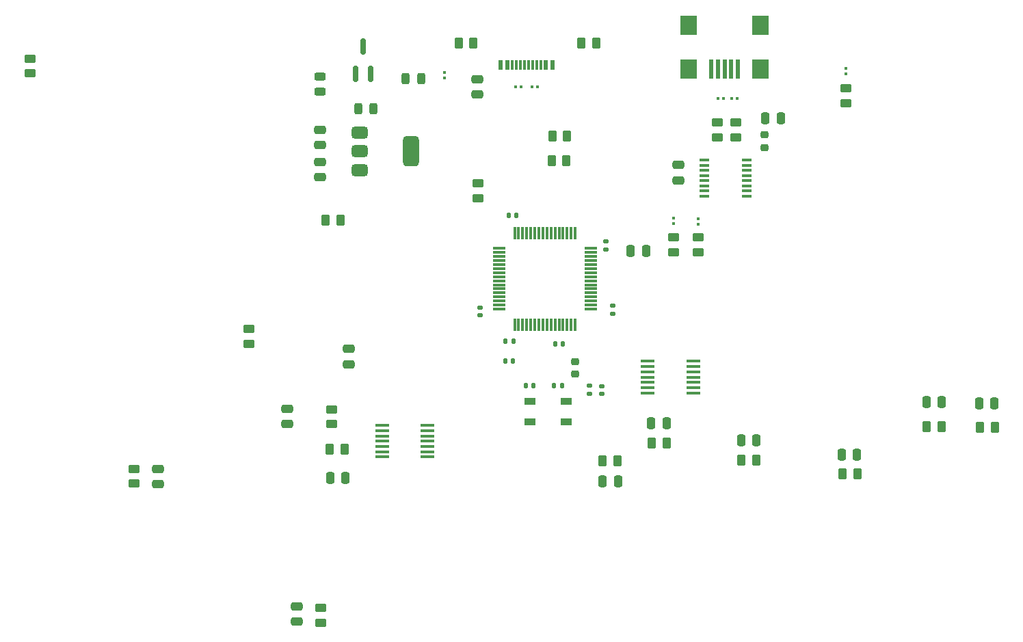
<source format=gbr>
%TF.GenerationSoftware,KiCad,Pcbnew,8.0.6*%
%TF.CreationDate,2024-12-27T13:10:45+11:00*%
%TF.ProjectId,drone_remote,64726f6e-655f-4726-956d-6f74652e6b69,rev?*%
%TF.SameCoordinates,Original*%
%TF.FileFunction,Paste,Top*%
%TF.FilePolarity,Positive*%
%FSLAX46Y46*%
G04 Gerber Fmt 4.6, Leading zero omitted, Abs format (unit mm)*
G04 Created by KiCad (PCBNEW 8.0.6) date 2024-12-27 13:10:45*
%MOMM*%
%LPD*%
G01*
G04 APERTURE LIST*
G04 Aperture macros list*
%AMRoundRect*
0 Rectangle with rounded corners*
0 $1 Rounding radius*
0 $2 $3 $4 $5 $6 $7 $8 $9 X,Y pos of 4 corners*
0 Add a 4 corners polygon primitive as box body*
4,1,4,$2,$3,$4,$5,$6,$7,$8,$9,$2,$3,0*
0 Add four circle primitives for the rounded corners*
1,1,$1+$1,$2,$3*
1,1,$1+$1,$4,$5*
1,1,$1+$1,$6,$7*
1,1,$1+$1,$8,$9*
0 Add four rect primitives between the rounded corners*
20,1,$1+$1,$2,$3,$4,$5,0*
20,1,$1+$1,$4,$5,$6,$7,0*
20,1,$1+$1,$6,$7,$8,$9,0*
20,1,$1+$1,$8,$9,$2,$3,0*%
G04 Aperture macros list end*
%ADD10RoundRect,0.250000X0.450000X-0.262500X0.450000X0.262500X-0.450000X0.262500X-0.450000X-0.262500X0*%
%ADD11RoundRect,0.079500X-0.079500X-0.100500X0.079500X-0.100500X0.079500X0.100500X-0.079500X0.100500X0*%
%ADD12RoundRect,0.250000X-0.450000X0.262500X-0.450000X-0.262500X0.450000X-0.262500X0.450000X0.262500X0*%
%ADD13RoundRect,0.162500X0.162500X-0.837500X0.162500X0.837500X-0.162500X0.837500X-0.162500X-0.837500X0*%
%ADD14RoundRect,0.250000X0.250000X0.475000X-0.250000X0.475000X-0.250000X-0.475000X0.250000X-0.475000X0*%
%ADD15RoundRect,0.250000X0.262500X0.450000X-0.262500X0.450000X-0.262500X-0.450000X0.262500X-0.450000X0*%
%ADD16RoundRect,0.250000X-0.262500X-0.450000X0.262500X-0.450000X0.262500X0.450000X-0.262500X0.450000X0*%
%ADD17RoundRect,0.250000X-0.250000X-0.475000X0.250000X-0.475000X0.250000X0.475000X-0.250000X0.475000X0*%
%ADD18R,1.676400X0.355600*%
%ADD19RoundRect,0.250000X0.475000X-0.250000X0.475000X0.250000X-0.475000X0.250000X-0.475000X-0.250000X0*%
%ADD20RoundRect,0.218750X-0.256250X0.218750X-0.256250X-0.218750X0.256250X-0.218750X0.256250X0.218750X0*%
%ADD21RoundRect,0.250000X-0.475000X0.250000X-0.475000X-0.250000X0.475000X-0.250000X0.475000X0.250000X0*%
%ADD22RoundRect,0.140000X0.140000X0.170000X-0.140000X0.170000X-0.140000X-0.170000X0.140000X-0.170000X0*%
%ADD23RoundRect,0.079500X0.079500X0.100500X-0.079500X0.100500X-0.079500X-0.100500X0.079500X-0.100500X0*%
%ADD24R,1.200000X0.400000*%
%ADD25RoundRect,0.079500X-0.100500X0.079500X-0.100500X-0.079500X0.100500X-0.079500X0.100500X0.079500X0*%
%ADD26RoundRect,0.075000X0.075000X-0.700000X0.075000X0.700000X-0.075000X0.700000X-0.075000X-0.700000X0*%
%ADD27RoundRect,0.075000X0.700000X-0.075000X0.700000X0.075000X-0.700000X0.075000X-0.700000X-0.075000X0*%
%ADD28RoundRect,0.243750X0.243750X0.456250X-0.243750X0.456250X-0.243750X-0.456250X0.243750X-0.456250X0*%
%ADD29RoundRect,0.243750X-0.243750X-0.456250X0.243750X-0.456250X0.243750X0.456250X-0.243750X0.456250X0*%
%ADD30RoundRect,0.140000X-0.170000X0.140000X-0.170000X-0.140000X0.170000X-0.140000X0.170000X0.140000X0*%
%ADD31RoundRect,0.140000X0.170000X-0.140000X0.170000X0.140000X-0.170000X0.140000X-0.170000X-0.140000X0*%
%ADD32R,1.447800X0.889000*%
%ADD33RoundRect,0.375000X-0.625000X-0.375000X0.625000X-0.375000X0.625000X0.375000X-0.625000X0.375000X0*%
%ADD34RoundRect,0.500000X-0.500000X-1.400000X0.500000X-1.400000X0.500000X1.400000X-0.500000X1.400000X0*%
%ADD35RoundRect,0.140000X-0.140000X-0.170000X0.140000X-0.170000X0.140000X0.170000X-0.140000X0.170000X0*%
%ADD36RoundRect,0.079500X0.100500X-0.079500X0.100500X0.079500X-0.100500X0.079500X-0.100500X-0.079500X0*%
%ADD37RoundRect,0.243750X0.456250X-0.243750X0.456250X0.243750X-0.456250X0.243750X-0.456250X-0.243750X0*%
%ADD38R,0.508000X2.489200*%
%ADD39R,2.006600X2.489200*%
%ADD40R,0.300000X1.150000*%
%ADD41R,0.600000X1.150000*%
G04 APERTURE END LIST*
D10*
%TO.C,R5*%
X124700000Y-81725000D03*
X124700000Y-79900000D03*
%TD*%
D11*
%TO.C,C20*%
X211568106Y-84842666D03*
X212258106Y-84842666D03*
%TD*%
D12*
%TO.C,R2*%
X204400000Y-102075000D03*
X204400000Y-103900000D03*
%TD*%
D13*
%TO.C,Q1*%
X165000000Y-81800000D03*
X166900000Y-81800000D03*
X165950000Y-78380000D03*
%TD*%
D14*
%TO.C,C29*%
X244100000Y-122650000D03*
X242200000Y-122650000D03*
%TD*%
D15*
%TO.C,R8*%
X179600000Y-78000000D03*
X177775000Y-78000000D03*
%TD*%
D16*
%TO.C,R22*%
X242337500Y-125600000D03*
X244162500Y-125600000D03*
%TD*%
D17*
%TO.C,C27*%
X225200000Y-128925000D03*
X227100000Y-128925000D03*
%TD*%
D18*
%TO.C,U3*%
X173919400Y-125350001D03*
X173919400Y-126000000D03*
X173919400Y-126650001D03*
X173919400Y-127300000D03*
X173919400Y-127950001D03*
X173919400Y-128600000D03*
X173919400Y-129250001D03*
X168280600Y-129249999D03*
X168280600Y-128600000D03*
X168280600Y-127949999D03*
X168280600Y-127300000D03*
X168280600Y-126650001D03*
X168280600Y-126000000D03*
X168280600Y-125349999D03*
%TD*%
D19*
%TO.C,C15*%
X180100000Y-84350000D03*
X180100000Y-82450000D03*
%TD*%
D20*
%TO.C,L2*%
X215650000Y-89375000D03*
X215650000Y-90950000D03*
%TD*%
D21*
%TO.C,C25*%
X140550000Y-132600000D03*
X140550000Y-130700000D03*
%TD*%
D10*
%TO.C,R3*%
X180200000Y-97212500D03*
X180200000Y-95387500D03*
%TD*%
D22*
%TO.C,C5*%
X184927894Y-99305734D03*
X183967894Y-99305734D03*
%TD*%
D20*
%TO.C,L1*%
X192200000Y-117425000D03*
X192200000Y-119000000D03*
%TD*%
D15*
%TO.C,R24*%
X203500000Y-127500000D03*
X201675000Y-127500000D03*
%TD*%
D19*
%TO.C,C33*%
X164150000Y-117750000D03*
X164150000Y-115850000D03*
%TD*%
D10*
%TO.C,R13*%
X212093106Y-89642666D03*
X212093106Y-87817666D03*
%TD*%
D12*
%TO.C,R12*%
X209793106Y-87817666D03*
X209793106Y-89642666D03*
%TD*%
D17*
%TO.C,C31*%
X201600000Y-125100000D03*
X203500000Y-125100000D03*
%TD*%
D23*
%TO.C,D2*%
X185475606Y-83397557D03*
X184785606Y-83397557D03*
%TD*%
D24*
%TO.C,U6*%
X213400000Y-96935000D03*
X213400000Y-96300000D03*
X213400000Y-95665000D03*
X213400000Y-95030000D03*
X213400000Y-94395000D03*
X213400000Y-93760000D03*
X213400000Y-93125000D03*
X213400000Y-92490000D03*
X208200000Y-92490000D03*
X208200000Y-93125000D03*
X208200000Y-93760000D03*
X208200000Y-94395000D03*
X208200000Y-95030000D03*
X208200000Y-95665000D03*
X208200000Y-96300000D03*
X208200000Y-96935000D03*
%TD*%
D12*
%TO.C,R18*%
X160719400Y-149750001D03*
X160719400Y-147925001D03*
%TD*%
D19*
%TO.C,C17*%
X160600000Y-94600000D03*
X160600000Y-92700000D03*
%TD*%
D17*
%TO.C,C24*%
X163769400Y-131850001D03*
X161869400Y-131850001D03*
%TD*%
D10*
%TO.C,R16*%
X162010529Y-123338422D03*
X162010529Y-125163422D03*
%TD*%
%TO.C,R1*%
X151800000Y-115200000D03*
X151800000Y-113375000D03*
%TD*%
D14*
%TO.C,C19*%
X217648106Y-87342666D03*
X215748106Y-87342666D03*
%TD*%
D23*
%TO.C,C21*%
X210593106Y-84842666D03*
X209903106Y-84842666D03*
%TD*%
D25*
%TO.C,D10*%
X207400000Y-100432500D03*
X207400000Y-99742500D03*
%TD*%
D21*
%TO.C,C22*%
X204955000Y-93092500D03*
X204955000Y-94992500D03*
%TD*%
D26*
%TO.C,U1*%
X184700000Y-112850000D03*
X185200000Y-112850000D03*
X185700000Y-112850000D03*
X186200000Y-112850000D03*
X186700000Y-112850000D03*
X187200000Y-112850000D03*
X187700000Y-112850000D03*
X188200000Y-112850000D03*
X188700000Y-112850000D03*
X189200000Y-112850000D03*
X189700000Y-112850000D03*
X190200000Y-112850000D03*
X190700000Y-112850000D03*
X191200000Y-112850000D03*
X191700000Y-112850000D03*
X192200000Y-112850000D03*
D27*
X194125000Y-110925000D03*
X194125000Y-110425000D03*
X194125000Y-109925000D03*
X194125000Y-109425000D03*
X194125000Y-108925000D03*
X194125000Y-108425000D03*
X194125000Y-107925000D03*
X194125000Y-107425000D03*
X194125000Y-106925000D03*
X194125000Y-106425000D03*
X194125000Y-105925000D03*
X194125000Y-105425000D03*
X194125000Y-104925000D03*
X194125000Y-104425000D03*
X194125000Y-103925000D03*
X194125000Y-103425000D03*
D26*
X192200000Y-101500000D03*
X191700000Y-101500000D03*
X191200000Y-101500000D03*
X190700000Y-101500000D03*
X190200000Y-101500000D03*
X189700000Y-101500000D03*
X189200000Y-101500000D03*
X188700000Y-101500000D03*
X188200000Y-101500000D03*
X187700000Y-101500000D03*
X187200000Y-101500000D03*
X186700000Y-101500000D03*
X186200000Y-101500000D03*
X185700000Y-101500000D03*
X185200000Y-101500000D03*
X184700000Y-101500000D03*
D27*
X182775000Y-103425000D03*
X182775000Y-103925000D03*
X182775000Y-104425000D03*
X182775000Y-104925000D03*
X182775000Y-105425000D03*
X182775000Y-105925000D03*
X182775000Y-106425000D03*
X182775000Y-106925000D03*
X182775000Y-107425000D03*
X182775000Y-107925000D03*
X182775000Y-108425000D03*
X182775000Y-108925000D03*
X182775000Y-109425000D03*
X182775000Y-109925000D03*
X182775000Y-110425000D03*
X182775000Y-110925000D03*
%TD*%
D28*
%TO.C,F1*%
X173100000Y-82400000D03*
X171225000Y-82400000D03*
%TD*%
D29*
%TO.C,D4*%
X165325000Y-86100000D03*
X167200000Y-86100000D03*
%TD*%
D12*
%TO.C,R26*%
X225700000Y-83575000D03*
X225700000Y-85400000D03*
%TD*%
D16*
%TO.C,R7*%
X192975606Y-78000166D03*
X194800606Y-78000166D03*
%TD*%
D15*
%TO.C,R17*%
X161806900Y-128250001D03*
X163631900Y-128250001D03*
%TD*%
D22*
%TO.C,C14*%
X187010000Y-120375000D03*
X186050000Y-120375000D03*
%TD*%
D19*
%TO.C,C26*%
X157719400Y-147750001D03*
X157719400Y-149650001D03*
%TD*%
D11*
%TO.C,D1*%
X186875606Y-83400166D03*
X187565606Y-83400166D03*
%TD*%
D30*
%TO.C,C6*%
X180400000Y-110750000D03*
X180400000Y-111710000D03*
%TD*%
D31*
%TO.C,C3*%
X196875000Y-111485000D03*
X196875000Y-110525000D03*
%TD*%
D15*
%TO.C,R11*%
X191200000Y-89500000D03*
X189375000Y-89500000D03*
%TD*%
%TO.C,R20*%
X227125000Y-131325000D03*
X225300000Y-131325000D03*
%TD*%
D30*
%TO.C,C9*%
X195500000Y-120500000D03*
X195500000Y-121460000D03*
%TD*%
D32*
%TO.C,X1*%
X186579600Y-124875000D03*
X191050000Y-124875000D03*
X191050000Y-122375000D03*
X186579600Y-122375000D03*
%TD*%
D14*
%TO.C,C32*%
X214650000Y-127200000D03*
X212750000Y-127200000D03*
%TD*%
D33*
%TO.C,U2*%
X165550000Y-89100000D03*
X165550000Y-91400000D03*
D34*
X171850000Y-91400000D03*
D33*
X165550000Y-93700000D03*
%TD*%
D17*
%TO.C,C28*%
X235700000Y-122450000D03*
X237600000Y-122450000D03*
%TD*%
D15*
%TO.C,R23*%
X197412500Y-129700000D03*
X195587500Y-129700000D03*
%TD*%
D30*
%TO.C,C10*%
X194000000Y-120440000D03*
X194000000Y-121400000D03*
%TD*%
D16*
%TO.C,R10*%
X189287500Y-92550000D03*
X191112500Y-92550000D03*
%TD*%
%TO.C,R25*%
X212775000Y-129600000D03*
X214600000Y-129600000D03*
%TD*%
D21*
%TO.C,C16*%
X160600000Y-88700000D03*
X160600000Y-90600000D03*
%TD*%
D35*
%TO.C,C13*%
X189590000Y-120375000D03*
X190550000Y-120375000D03*
%TD*%
%TO.C,C7*%
X183550000Y-117375000D03*
X184510000Y-117375000D03*
%TD*%
D18*
%TO.C,U4*%
X206838800Y-121300002D03*
X206838800Y-120650001D03*
X206838800Y-120000000D03*
X206838800Y-119350001D03*
X206838800Y-118700002D03*
X206838800Y-118050001D03*
X206838800Y-117400002D03*
X201200000Y-117400000D03*
X201200000Y-118050001D03*
X201200000Y-118700000D03*
X201200000Y-119350001D03*
X201200000Y-120000000D03*
X201200000Y-120650001D03*
X201200000Y-121300000D03*
%TD*%
D25*
%TO.C,D6*%
X204400000Y-99650000D03*
X204400000Y-100340000D03*
%TD*%
D36*
%TO.C,D3*%
X176000000Y-82290000D03*
X176000000Y-81600000D03*
%TD*%
D25*
%TO.C,D9*%
X225700000Y-81150000D03*
X225700000Y-81840000D03*
%TD*%
D35*
%TO.C,C8*%
X189740000Y-115200000D03*
X190700000Y-115200000D03*
%TD*%
D15*
%TO.C,R21*%
X237562500Y-125500000D03*
X235737500Y-125500000D03*
%TD*%
%TO.C,R4*%
X163125000Y-99900000D03*
X161300000Y-99900000D03*
%TD*%
D37*
%TO.C,D5*%
X160600000Y-83975000D03*
X160600000Y-82100000D03*
%TD*%
D31*
%TO.C,C4*%
X196020594Y-103534362D03*
X196020594Y-102574362D03*
%TD*%
D17*
%TO.C,C1*%
X199075000Y-103725000D03*
X200975000Y-103725000D03*
%TD*%
D38*
%TO.C,J3*%
X212328706Y-81242666D03*
X211515906Y-81242666D03*
X210703106Y-81242666D03*
X209890306Y-81242666D03*
X209077506Y-81242666D03*
D39*
X215148106Y-81242666D03*
X206258106Y-81242666D03*
X215148106Y-75756266D03*
X206258106Y-75756266D03*
%TD*%
D40*
%TO.C,J1*%
X187935606Y-80675166D03*
X186935606Y-80675166D03*
X185435606Y-80675166D03*
X184435606Y-80675166D03*
D41*
X183785606Y-80675166D03*
X182985606Y-80675166D03*
D40*
X184935606Y-80675166D03*
X185935606Y-80675166D03*
X186435606Y-80675166D03*
X187435606Y-80675166D03*
D41*
X188585606Y-80675166D03*
X189385606Y-80675166D03*
%TD*%
D21*
%TO.C,C23*%
X156519400Y-125150001D03*
X156519400Y-123250001D03*
%TD*%
D10*
%TO.C,R19*%
X137550000Y-130700000D03*
X137550000Y-132525000D03*
%TD*%
D35*
%TO.C,C2*%
X183570000Y-114875000D03*
X184530000Y-114875000D03*
%TD*%
D17*
%TO.C,C30*%
X195600000Y-132300000D03*
X197500000Y-132300000D03*
%TD*%
D12*
%TO.C,R6*%
X207400000Y-103900000D03*
X207400000Y-102075000D03*
%TD*%
M02*

</source>
